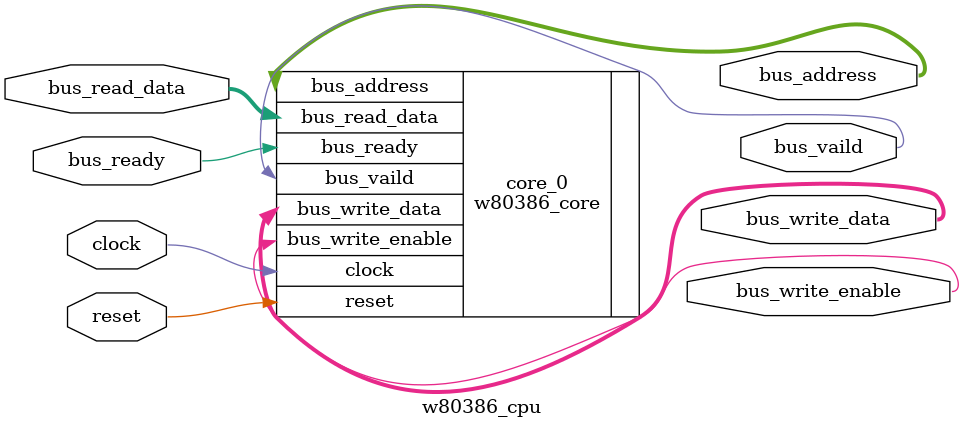
<source format=sv>
module w80386_cpu (
    // input  logic        next_address_n,
    // input  logic        bus_ready_n,
    // input  logic        bus_size_16_n,
    // input  logic        bus_hold_request,
    // output logic        bus_hold_acknowledge,
    // input  logic        busy_n,
    // input  logic        error_n,
    // input  logic        precessor_extension_request,
    // input  logic        interrupt_request,
    // input  logic        non_maskable_interrupt_request,
    // inout  logic [31:0] data,
    // output logic [31:2] address,
    // output logic [ 3:0] byte_enables_n,
    // output logic        write_read_n,
    // output logic        data_control_n,
    // output logic        memory_io_n,
    // output logic        bus_lock_n,
    // output logic        address_status_n,
    output logic        bus_vaild,
    input  logic        bus_ready,
    output logic        bus_write_enable,
    output logic [31:0] bus_address,
    input  logic [31:0] bus_read_data,
    output logic [31:0] bus_write_data,
    input  logic        clock,
    input  logic        reset
);

w80386_core core_0 (
    .bus_vaild ( bus_vaild ),
    .bus_ready ( bus_ready ),
    .bus_write_enable ( bus_write_enable ),
    .bus_address ( bus_address ),
    .bus_read_data ( bus_read_data ),
    .bus_write_data ( bus_write_data ),
    .clock ( clock ),
    .reset ( reset )
);

// TODO: shared cache
// TODO: system agent
// TODO: SDRAM controller

endmodule

</source>
